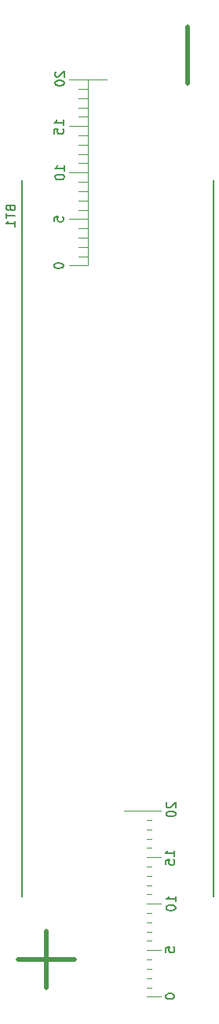
<source format=gbo>
G04 #@! TF.GenerationSoftware,KiCad,Pcbnew,(6.0.0-0)*
G04 #@! TF.CreationDate,2022-01-04T22:04:23+01:00*
G04 #@! TF.ProjectId,floaty,666c6f61-7479-42e6-9b69-6361645f7063,0.0.1a*
G04 #@! TF.SameCoordinates,Original*
G04 #@! TF.FileFunction,Legend,Bot*
G04 #@! TF.FilePolarity,Positive*
%FSLAX46Y46*%
G04 Gerber Fmt 4.6, Leading zero omitted, Abs format (unit mm)*
G04 Created by KiCad (PCBNEW (6.0.0-0)) date 2022-01-04 22:04:23*
%MOMM*%
%LPD*%
G01*
G04 APERTURE LIST*
%ADD10C,0.150000*%
%ADD11C,0.500000*%
%ADD12C,0.120000*%
%ADD13C,0.127000*%
%ADD14R,6.350000X20.000000*%
%ADD15C,0.700000*%
%ADD16O,2.100000X1.050000*%
%ADD17C,3.800000*%
G04 APERTURE END LIST*
D10*
X101389737Y-82477675D02*
X101437372Y-82620580D01*
X101485007Y-82668214D01*
X101580277Y-82715849D01*
X101723181Y-82715849D01*
X101818451Y-82668214D01*
X101866085Y-82620580D01*
X101913720Y-82525310D01*
X101913720Y-82144231D01*
X100913389Y-82144231D01*
X100913389Y-82477675D01*
X100961024Y-82572945D01*
X101008659Y-82620580D01*
X101103928Y-82668214D01*
X101199198Y-82668214D01*
X101294468Y-82620580D01*
X101342102Y-82572945D01*
X101389737Y-82477675D01*
X101389737Y-82144231D01*
X100913389Y-83001658D02*
X100913389Y-83573276D01*
X101913720Y-83287467D02*
X100913389Y-83287467D01*
X101913720Y-84430702D02*
X101913720Y-83859085D01*
X101913720Y-84144893D02*
X100913389Y-84144893D01*
X101056294Y-84049624D01*
X101151563Y-83954354D01*
X101199198Y-83859085D01*
X119102380Y-152159523D02*
X119102380Y-151588095D01*
X119102380Y-151873809D02*
X118102380Y-151873809D01*
X118245238Y-151778571D01*
X118340476Y-151683333D01*
X118388095Y-151588095D01*
X118102380Y-153064285D02*
X118102380Y-152588095D01*
X118578571Y-152540476D01*
X118530952Y-152588095D01*
X118483333Y-152683333D01*
X118483333Y-152921428D01*
X118530952Y-153016666D01*
X118578571Y-153064285D01*
X118673809Y-153111904D01*
X118911904Y-153111904D01*
X119007142Y-153064285D01*
X119054761Y-153016666D01*
X119102380Y-152921428D01*
X119102380Y-152683333D01*
X119054761Y-152588095D01*
X119007142Y-152540476D01*
D11*
X105270228Y-160274380D02*
X105270228Y-166369619D01*
X108317847Y-163322000D02*
X102222609Y-163322000D01*
D10*
X106297619Y-67788095D02*
X106250000Y-67835714D01*
X106202380Y-67930952D01*
X106202380Y-68169047D01*
X106250000Y-68264285D01*
X106297619Y-68311904D01*
X106392857Y-68359523D01*
X106488095Y-68359523D01*
X106630952Y-68311904D01*
X107202380Y-67740476D01*
X107202380Y-68359523D01*
X106202380Y-68978571D02*
X106202380Y-69073809D01*
X106250000Y-69169047D01*
X106297619Y-69216666D01*
X106392857Y-69264285D01*
X106583333Y-69311904D01*
X106821428Y-69311904D01*
X107011904Y-69264285D01*
X107107142Y-69216666D01*
X107154761Y-69169047D01*
X107202380Y-69073809D01*
X107202380Y-68978571D01*
X107154761Y-68883333D01*
X107107142Y-68835714D01*
X107011904Y-68788095D01*
X106821428Y-68740476D01*
X106583333Y-68740476D01*
X106392857Y-68788095D01*
X106297619Y-68835714D01*
X106250000Y-68883333D01*
X106202380Y-68978571D01*
X119202380Y-157059523D02*
X119202380Y-156488095D01*
X119202380Y-156773809D02*
X118202380Y-156773809D01*
X118345238Y-156678571D01*
X118440476Y-156583333D01*
X118488095Y-156488095D01*
X118202380Y-157678571D02*
X118202380Y-157773809D01*
X118250000Y-157869047D01*
X118297619Y-157916666D01*
X118392857Y-157964285D01*
X118583333Y-158011904D01*
X118821428Y-158011904D01*
X119011904Y-157964285D01*
X119107142Y-157916666D01*
X119154761Y-157869047D01*
X119202380Y-157773809D01*
X119202380Y-157678571D01*
X119154761Y-157583333D01*
X119107142Y-157535714D01*
X119011904Y-157488095D01*
X118821428Y-157440476D01*
X118583333Y-157440476D01*
X118392857Y-157488095D01*
X118297619Y-157535714D01*
X118250000Y-157583333D01*
X118202380Y-157678571D01*
X106102380Y-83888095D02*
X106102380Y-83411904D01*
X106578571Y-83364285D01*
X106530952Y-83411904D01*
X106483333Y-83507142D01*
X106483333Y-83745238D01*
X106530952Y-83840476D01*
X106578571Y-83888095D01*
X106673809Y-83935714D01*
X106911904Y-83935714D01*
X107007142Y-83888095D01*
X107054761Y-83840476D01*
X107102380Y-83745238D01*
X107102380Y-83507142D01*
X107054761Y-83411904D01*
X107007142Y-83364285D01*
X106102380Y-88602380D02*
X106102380Y-88697619D01*
X106150000Y-88792857D01*
X106197619Y-88840476D01*
X106292857Y-88888095D01*
X106483333Y-88935714D01*
X106721428Y-88935714D01*
X106911904Y-88888095D01*
X107007142Y-88840476D01*
X107054761Y-88792857D01*
X107102380Y-88697619D01*
X107102380Y-88602380D01*
X107054761Y-88507142D01*
X107007142Y-88459523D01*
X106911904Y-88411904D01*
X106721428Y-88364285D01*
X106483333Y-88364285D01*
X106292857Y-88411904D01*
X106197619Y-88459523D01*
X106150000Y-88507142D01*
X106102380Y-88602380D01*
X107102380Y-73559523D02*
X107102380Y-72988095D01*
X107102380Y-73273809D02*
X106102380Y-73273809D01*
X106245238Y-73178571D01*
X106340476Y-73083333D01*
X106388095Y-72988095D01*
X106102380Y-74464285D02*
X106102380Y-73988095D01*
X106578571Y-73940476D01*
X106530952Y-73988095D01*
X106483333Y-74083333D01*
X106483333Y-74321428D01*
X106530952Y-74416666D01*
X106578571Y-74464285D01*
X106673809Y-74511904D01*
X106911904Y-74511904D01*
X107007142Y-74464285D01*
X107054761Y-74416666D01*
X107102380Y-74321428D01*
X107102380Y-74083333D01*
X107054761Y-73988095D01*
X107007142Y-73940476D01*
X118102380Y-167202380D02*
X118102380Y-167297619D01*
X118150000Y-167392857D01*
X118197619Y-167440476D01*
X118292857Y-167488095D01*
X118483333Y-167535714D01*
X118721428Y-167535714D01*
X118911904Y-167488095D01*
X119007142Y-167440476D01*
X119054761Y-167392857D01*
X119102380Y-167297619D01*
X119102380Y-167202380D01*
X119054761Y-167107142D01*
X119007142Y-167059523D01*
X118911904Y-167011904D01*
X118721428Y-166964285D01*
X118483333Y-166964285D01*
X118292857Y-167011904D01*
X118197619Y-167059523D01*
X118150000Y-167107142D01*
X118102380Y-167202380D01*
X118102380Y-162488095D02*
X118102380Y-162011904D01*
X118578571Y-161964285D01*
X118530952Y-162011904D01*
X118483333Y-162107142D01*
X118483333Y-162345238D01*
X118530952Y-162440476D01*
X118578571Y-162488095D01*
X118673809Y-162535714D01*
X118911904Y-162535714D01*
X119007142Y-162488095D01*
X119054761Y-162440476D01*
X119102380Y-162345238D01*
X119102380Y-162107142D01*
X119054761Y-162011904D01*
X119007142Y-161964285D01*
X118297619Y-146388095D02*
X118250000Y-146435714D01*
X118202380Y-146530952D01*
X118202380Y-146769047D01*
X118250000Y-146864285D01*
X118297619Y-146911904D01*
X118392857Y-146959523D01*
X118488095Y-146959523D01*
X118630952Y-146911904D01*
X119202380Y-146340476D01*
X119202380Y-146959523D01*
X118202380Y-147578571D02*
X118202380Y-147673809D01*
X118250000Y-147769047D01*
X118297619Y-147816666D01*
X118392857Y-147864285D01*
X118583333Y-147911904D01*
X118821428Y-147911904D01*
X119011904Y-147864285D01*
X119107142Y-147816666D01*
X119154761Y-147769047D01*
X119202380Y-147673809D01*
X119202380Y-147578571D01*
X119154761Y-147483333D01*
X119107142Y-147435714D01*
X119011904Y-147388095D01*
X118821428Y-147340476D01*
X118583333Y-147340476D01*
X118392857Y-147388095D01*
X118297619Y-147435714D01*
X118250000Y-147483333D01*
X118202380Y-147578571D01*
X107202380Y-78459523D02*
X107202380Y-77888095D01*
X107202380Y-78173809D02*
X106202380Y-78173809D01*
X106345238Y-78078571D01*
X106440476Y-77983333D01*
X106488095Y-77888095D01*
X106202380Y-79078571D02*
X106202380Y-79173809D01*
X106250000Y-79269047D01*
X106297619Y-79316666D01*
X106392857Y-79364285D01*
X106583333Y-79411904D01*
X106821428Y-79411904D01*
X107011904Y-79364285D01*
X107107142Y-79316666D01*
X107154761Y-79269047D01*
X107202380Y-79173809D01*
X107202380Y-79078571D01*
X107154761Y-78983333D01*
X107107142Y-78935714D01*
X107011904Y-78888095D01*
X106821428Y-78840476D01*
X106583333Y-78840476D01*
X106392857Y-78888095D01*
X106297619Y-78935714D01*
X106250000Y-78983333D01*
X106202380Y-79078571D01*
D11*
X120471428Y-62952380D02*
X120471428Y-69047619D01*
D12*
X114650000Y-148300000D02*
X116650000Y-148300000D01*
X114650000Y-165300000D02*
X116650000Y-165300000D01*
X107750000Y-73650000D02*
X111750000Y-73650000D01*
X114650000Y-163300000D02*
X116650000Y-163300000D01*
D13*
X102675000Y-79475000D02*
X102675000Y-156525000D01*
D12*
X114650000Y-153300000D02*
X116650000Y-153300000D01*
X108750000Y-72650000D02*
X110750000Y-72650000D01*
X107750000Y-83650000D02*
X111750000Y-83650000D01*
X114650000Y-155300000D02*
X116650000Y-155300000D01*
X108750000Y-85650000D02*
X110750000Y-85650000D01*
X115650000Y-167300000D02*
X115650000Y-147300000D01*
X110750000Y-70650000D02*
X108750000Y-70650000D01*
X110750000Y-87650000D02*
X108750000Y-87650000D01*
X108750000Y-86650000D02*
X110750000Y-86650000D01*
X108750000Y-74650000D02*
X110750000Y-74650000D01*
X111750000Y-68650000D02*
X107750000Y-68650000D01*
X116650000Y-156300000D02*
X114650000Y-156300000D01*
X117650000Y-147300000D02*
X113650000Y-147300000D01*
X114650000Y-158300000D02*
X116650000Y-158300000D01*
X116650000Y-157300000D02*
X113650000Y-157300000D01*
X116650000Y-166300000D02*
X114650000Y-166300000D01*
X114650000Y-160300000D02*
X116650000Y-160300000D01*
X108750000Y-82650000D02*
X110750000Y-82650000D01*
X114650000Y-161300000D02*
X116650000Y-161300000D01*
X113650000Y-162300000D02*
X117650000Y-162300000D01*
X117650000Y-167300000D02*
X113650000Y-167300000D01*
X114650000Y-150300000D02*
X116650000Y-150300000D01*
X114650000Y-154300000D02*
X116650000Y-154300000D01*
X108750000Y-81650000D02*
X110750000Y-81650000D01*
X108750000Y-84650000D02*
X110750000Y-84650000D01*
X108750000Y-71650000D02*
X110750000Y-71650000D01*
X110750000Y-77650000D02*
X108750000Y-77650000D01*
X108750000Y-75650000D02*
X110750000Y-75650000D01*
X114650000Y-164300000D02*
X116650000Y-164300000D01*
X116650000Y-149300000D02*
X114650000Y-149300000D01*
X108750000Y-69650000D02*
X110750000Y-69650000D01*
X109750000Y-78650000D02*
X111750000Y-78650000D01*
D13*
X123325000Y-156525000D02*
X123325000Y-79475000D01*
D12*
X110750000Y-78650000D02*
X107750000Y-78650000D01*
X114650000Y-151300000D02*
X116650000Y-151300000D01*
X109750000Y-88650000D02*
X109750000Y-68650000D01*
X108750000Y-76650000D02*
X110750000Y-76650000D01*
X108750000Y-79650000D02*
X110750000Y-79650000D01*
X111750000Y-88650000D02*
X107750000Y-88650000D01*
X113650000Y-152300000D02*
X117650000Y-152300000D01*
X116650000Y-159300000D02*
X114650000Y-159300000D01*
X115650000Y-157300000D02*
X117650000Y-157300000D01*
X110750000Y-80650000D02*
X108750000Y-80650000D01*
%LPC*%
D14*
X113000000Y-157330000D03*
X113000000Y-78670000D03*
D15*
X121402500Y-108362000D03*
X121402500Y-114142000D03*
D16*
X120872500Y-115572000D03*
X120872500Y-106932000D03*
X125052500Y-115572000D03*
X125052500Y-106932000D03*
D17*
X119000000Y-61000000D03*
X100000000Y-165000000D03*
X126000000Y-165000000D03*
M02*

</source>
